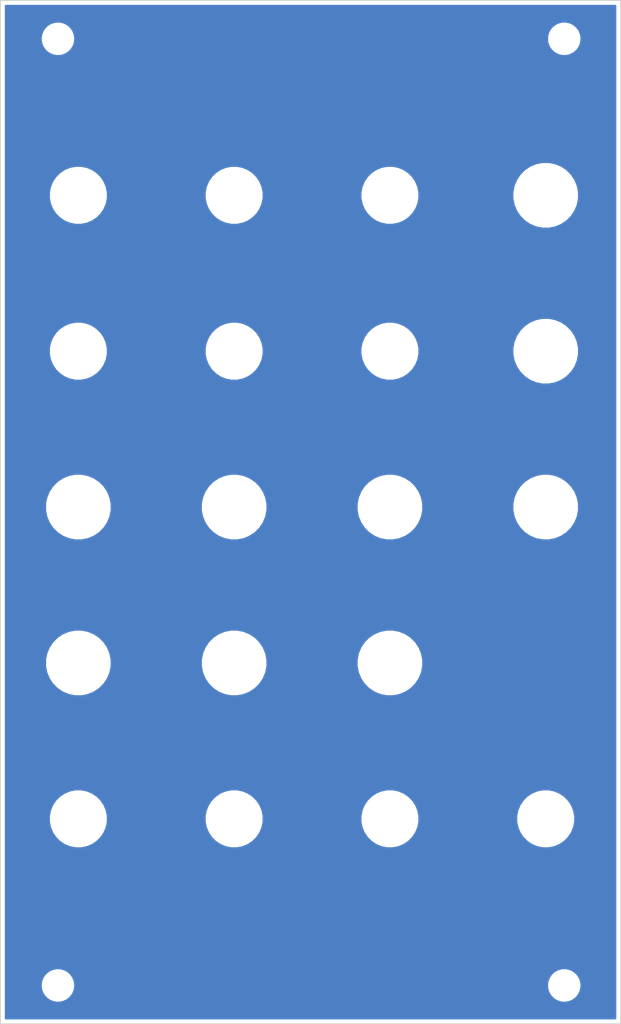
<source format=kicad_pcb>
(kicad_pcb (version 20171130) (host pcbnew 5.1.6-c6e7f7d~86~ubuntu20.04.1)

  (general
    (thickness 1.6)
    (drawings 6)
    (tracks 0)
    (zones 0)
    (modules 23)
    (nets 1)
  )

  (page A4)
  (title_block
    (title resonanz)
    (date 2020-06-10)
    (rev 01)
    (comment 1 "panel PCB")
    (comment 2 "tripple resonant band pass filter")
    (comment 4 "License CC BY 4.0 - Attribution 4.0 International")
  )

  (layers
    (0 F.Cu signal)
    (31 B.Cu signal)
    (32 B.Adhes user)
    (33 F.Adhes user)
    (34 B.Paste user)
    (35 F.Paste user)
    (36 B.SilkS user)
    (37 F.SilkS user)
    (38 B.Mask user)
    (39 F.Mask user)
    (40 Dwgs.User user hide)
    (41 Cmts.User user hide)
    (42 Eco1.User user hide)
    (43 Eco2.User user hide)
    (44 Edge.Cuts user)
    (45 Margin user)
    (46 B.CrtYd user)
    (47 F.CrtYd user)
    (48 B.Fab user)
    (49 F.Fab user)
  )

  (setup
    (last_trace_width 0.25)
    (trace_clearance 0.2)
    (zone_clearance 0.508)
    (zone_45_only no)
    (trace_min 0.2)
    (via_size 0.8)
    (via_drill 0.4)
    (via_min_size 0.4)
    (via_min_drill 0.3)
    (uvia_size 0.3)
    (uvia_drill 0.1)
    (uvias_allowed no)
    (uvia_min_size 0.2)
    (uvia_min_drill 0.1)
    (edge_width 0.05)
    (segment_width 0.2)
    (pcb_text_width 0.3)
    (pcb_text_size 1.5 1.5)
    (mod_edge_width 0.12)
    (mod_text_size 1 1)
    (mod_text_width 0.15)
    (pad_size 6.4 6.4)
    (pad_drill 6.4)
    (pad_to_mask_clearance 0.051)
    (solder_mask_min_width 0.25)
    (aux_axis_origin 0 0)
    (visible_elements FFFFFF7F)
    (pcbplotparams
      (layerselection 0x010fc_ffffffff)
      (usegerberextensions false)
      (usegerberattributes false)
      (usegerberadvancedattributes false)
      (creategerberjobfile false)
      (excludeedgelayer false)
      (linewidth 0.150000)
      (plotframeref false)
      (viasonmask false)
      (mode 1)
      (useauxorigin false)
      (hpglpennumber 1)
      (hpglpenspeed 20)
      (hpglpendiameter 15.000000)
      (psnegative false)
      (psa4output false)
      (plotreference true)
      (plotvalue true)
      (plotinvisibletext false)
      (padsonsilk false)
      (subtractmaskfromsilk false)
      (outputformat 1)
      (mirror false)
      (drillshape 0)
      (scaleselection 1)
      (outputdirectory "./gerbers"))
  )

  (net 0 "")

  (net_class Default "This is the default net class."
    (clearance 0.2)
    (trace_width 0.25)
    (via_dia 0.8)
    (via_drill 0.4)
    (uvia_dia 0.3)
    (uvia_drill 0.1)
  )

  (module elektrophon:panel_potentiometer (layer F.Cu) (tedit 5DA46CEF) (tstamp 5D6B46B3)
    (at 35.56 111.76)
    (descr "Mounting Hole 8.4mm, no annular, M8")
    (tags "mounting hole 8.4mm no annular m8")
    (path /5D6B1F10)
    (attr virtual)
    (fp_text reference H4 (at 0 -9.4) (layer F.SilkS) hide
      (effects (font (size 1 1) (thickness 0.15)))
    )
    (fp_text value frequency_1 (at 0 9.144) (layer F.Mask)
      (effects (font (size 2 1.4) (thickness 0.25)))
    )
    (fp_circle (center 0 0) (end 6.6 0) (layer F.CrtYd) (width 0.05))
    (fp_circle (center 0 0) (end 6.35 0) (layer Cmts.User) (width 0.15))
    (fp_text user %R (at 0.3 0) (layer F.Fab)
      (effects (font (size 1 1) (thickness 0.15)))
    )
    (pad "" np_thru_hole circle (at 0 0) (size 7.4 7.4) (drill 7.4) (layers *.Cu *.Mask))
    (model "${KIPRJMOD}/../../../lib/kicad/models/chroma cap.step"
      (offset (xyz 0 0 8))
      (scale (xyz 1 1 1))
      (rotate (xyz -90 0 0))
    )
  )

  (module elektrophon:panel_potentiometer (layer F.Cu) (tedit 5DA46CEF) (tstamp 5D6B46AE)
    (at 35.56 91.44)
    (descr "Mounting Hole 8.4mm, no annular, M8")
    (tags "mounting hole 8.4mm no annular m8")
    (path /5D6B18CE)
    (attr virtual)
    (fp_text reference H3 (at 0 -9.4) (layer F.SilkS) hide
      (effects (font (size 1 1) (thickness 0.15)))
    )
    (fp_text value resonance_1 (at 0 9.144) (layer F.Mask)
      (effects (font (size 2 1.4) (thickness 0.25)))
    )
    (fp_circle (center 0 0) (end 6.6 0) (layer F.CrtYd) (width 0.05))
    (fp_circle (center 0 0) (end 6.35 0) (layer Cmts.User) (width 0.15))
    (fp_text user %R (at 0.3 0) (layer F.Fab)
      (effects (font (size 1 1) (thickness 0.15)))
    )
    (pad "" np_thru_hole circle (at 0 0) (size 7.4 7.4) (drill 7.4) (layers *.Cu *.Mask))
    (model "${KIPRJMOD}/../../../lib/kicad/models/chroma cap.step"
      (offset (xyz 0 0 8))
      (scale (xyz 1 1 1))
      (rotate (xyz -90 0 0))
    )
  )

  (module elektrophon:panel_jack (layer F.Cu) (tedit 5DA46DDA) (tstamp 5EE0E568)
    (at 96.52 132.08)
    (descr "Mounting Hole 8.4mm, no annular, M8")
    (tags "mounting hole 8.4mm no annular m8")
    (path /5EE0CD48)
    (attr virtual)
    (fp_text reference H23 (at 0 -9.4) (layer F.SilkS) hide
      (effects (font (size 1 1) (thickness 0.15)))
    )
    (fp_text value OUT (at 0 9.144) (layer F.Mask)
      (effects (font (size 2 1.4) (thickness 0.25)))
    )
    (fp_circle (center 0 0) (end 4.2 0) (layer F.CrtYd) (width 0.05))
    (fp_circle (center 0 0) (end 4 0) (layer Cmts.User) (width 0.15))
    (fp_text user %R (at 0.3 0) (layer F.Fab)
      (effects (font (size 1 1) (thickness 0.15)))
    )
    (pad "" np_thru_hole circle (at 0 0) (size 6.4 6.4) (drill 6.4) (layers *.Cu *.Mask))
    (model "${KIPRJMOD}/../../../lib/kicad/models/PJ301M-12 Thonkiconn v0.2.stp"
      (offset (xyz 0 0.8 -10.5))
      (scale (xyz 1 1 1))
      (rotate (xyz 0 0 0))
    )
  )

  (module elektrophon:panel_potentiometer (layer F.Cu) (tedit 5DA46CEF) (tstamp 5EE0E560)
    (at 96.52 91.44)
    (descr "Mounting Hole 8.4mm, no annular, M8")
    (tags "mounting hole 8.4mm no annular m8")
    (path /5EE0CD3C)
    (attr virtual)
    (fp_text reference H22 (at 0 -9.4) (layer F.SilkS) hide
      (effects (font (size 1 1) (thickness 0.15)))
    )
    (fp_text value VOL_3 (at 0 9.144) (layer F.Mask)
      (effects (font (size 2 1.4) (thickness 0.25)))
    )
    (fp_circle (center 0 0) (end 6.6 0) (layer F.CrtYd) (width 0.05))
    (fp_circle (center 0 0) (end 6.35 0) (layer Cmts.User) (width 0.15))
    (fp_text user %R (at 0.3 0) (layer F.Fab)
      (effects (font (size 1 1) (thickness 0.15)))
    )
    (pad "" np_thru_hole circle (at 0 0) (size 7.4 7.4) (drill 7.4) (layers *.Cu *.Mask))
    (model "${KIPRJMOD}/../../../lib/kicad/models/chroma cap.step"
      (offset (xyz 0 0 8))
      (scale (xyz 1 1 1))
      (rotate (xyz -90 0 0))
    )
  )

  (module elektrophon:panel_potentiometer (layer F.Cu) (tedit 5DA46CEF) (tstamp 5EE0E558)
    (at 96.52 71.12)
    (descr "Mounting Hole 8.4mm, no annular, M8")
    (tags "mounting hole 8.4mm no annular m8")
    (path /5EE0CD36)
    (attr virtual)
    (fp_text reference H21 (at 0 -9.4) (layer F.SilkS) hide
      (effects (font (size 1 1) (thickness 0.15)))
    )
    (fp_text value VOL_2 (at 0 9.144) (layer F.Mask)
      (effects (font (size 2 1.4) (thickness 0.25)))
    )
    (fp_circle (center 0 0) (end 6.6 0) (layer F.CrtYd) (width 0.05))
    (fp_circle (center 0 0) (end 6.35 0) (layer Cmts.User) (width 0.15))
    (fp_text user %R (at 0.3 0) (layer F.Fab)
      (effects (font (size 1 1) (thickness 0.15)))
    )
    (pad "" np_thru_hole circle (at 0 0) (size 7.4 7.4) (drill 7.4) (layers *.Cu *.Mask))
    (model "${KIPRJMOD}/../../../lib/kicad/models/chroma cap.step"
      (offset (xyz 0 0 8))
      (scale (xyz 1 1 1))
      (rotate (xyz -90 0 0))
    )
  )

  (module elektrophon:panel_potentiometer (layer F.Cu) (tedit 5DA46CEF) (tstamp 5EE0E550)
    (at 96.52 50.8)
    (descr "Mounting Hole 8.4mm, no annular, M8")
    (tags "mounting hole 8.4mm no annular m8")
    (path /5EE0CD30)
    (attr virtual)
    (fp_text reference H20 (at 0 -9.4) (layer F.SilkS) hide
      (effects (font (size 1 1) (thickness 0.15)))
    )
    (fp_text value VOL_1 (at 0 9.144) (layer F.Mask)
      (effects (font (size 2 1.4) (thickness 0.25)))
    )
    (fp_circle (center 0 0) (end 6.6 0) (layer F.CrtYd) (width 0.05))
    (fp_circle (center 0 0) (end 6.35 0) (layer Cmts.User) (width 0.15))
    (fp_text user %R (at 0.3 0) (layer F.Fab)
      (effects (font (size 1 1) (thickness 0.15)))
    )
    (pad "" np_thru_hole circle (at 0 0) (size 7.4 7.4) (drill 7.4) (layers *.Cu *.Mask))
    (model "${KIPRJMOD}/../../../lib/kicad/models/chroma cap.step"
      (offset (xyz 0 0 8))
      (scale (xyz 1 1 1))
      (rotate (xyz -90 0 0))
    )
  )

  (module elektrophon:panel_jack (layer F.Cu) (tedit 5DA46DDA) (tstamp 5EE0E548)
    (at 76.2 132.08)
    (descr "Mounting Hole 8.4mm, no annular, M8")
    (tags "mounting hole 8.4mm no annular m8")
    (path /5EE0AA77)
    (attr virtual)
    (fp_text reference H19 (at 0 -9.4) (layer F.SilkS) hide
      (effects (font (size 1 1) (thickness 0.15)))
    )
    (fp_text value OUT_3 (at 0 9.144) (layer F.Mask)
      (effects (font (size 2 1.4) (thickness 0.25)))
    )
    (fp_circle (center 0 0) (end 4.2 0) (layer F.CrtYd) (width 0.05))
    (fp_circle (center 0 0) (end 4 0) (layer Cmts.User) (width 0.15))
    (fp_text user %R (at 0.3 0) (layer F.Fab)
      (effects (font (size 1 1) (thickness 0.15)))
    )
    (pad "" np_thru_hole circle (at 0 0) (size 6.4 6.4) (drill 6.4) (layers *.Cu *.Mask))
    (model "${KIPRJMOD}/../../../lib/kicad/models/PJ301M-12 Thonkiconn v0.2.stp"
      (offset (xyz 0 0.8 -10.5))
      (scale (xyz 1 1 1))
      (rotate (xyz 0 0 0))
    )
  )

  (module elektrophon:panel_potentiometer (layer F.Cu) (tedit 5DA46CEF) (tstamp 5EE0E540)
    (at 76.2 111.76)
    (descr "Mounting Hole 8.4mm, no annular, M8")
    (tags "mounting hole 8.4mm no annular m8")
    (path /5EE0AA71)
    (attr virtual)
    (fp_text reference H18 (at 0 -9.4) (layer F.SilkS) hide
      (effects (font (size 1 1) (thickness 0.15)))
    )
    (fp_text value frequency_3 (at 0 9.144) (layer F.Mask)
      (effects (font (size 2 1.4) (thickness 0.25)))
    )
    (fp_circle (center 0 0) (end 6.6 0) (layer F.CrtYd) (width 0.05))
    (fp_circle (center 0 0) (end 6.35 0) (layer Cmts.User) (width 0.15))
    (fp_text user %R (at 0.3 0) (layer F.Fab)
      (effects (font (size 1 1) (thickness 0.15)))
    )
    (pad "" np_thru_hole circle (at 0 0) (size 7.4 7.4) (drill 7.4) (layers *.Cu *.Mask))
    (model "${KIPRJMOD}/../../../lib/kicad/models/chroma cap.step"
      (offset (xyz 0 0 8))
      (scale (xyz 1 1 1))
      (rotate (xyz -90 0 0))
    )
  )

  (module elektrophon:panel_potentiometer (layer F.Cu) (tedit 5DA46CEF) (tstamp 5EE0E538)
    (at 76.2 91.44)
    (descr "Mounting Hole 8.4mm, no annular, M8")
    (tags "mounting hole 8.4mm no annular m8")
    (path /5EE0AA6B)
    (attr virtual)
    (fp_text reference H17 (at 0 -9.4) (layer F.SilkS) hide
      (effects (font (size 1 1) (thickness 0.15)))
    )
    (fp_text value resonance_3 (at 0 9.144) (layer F.Mask)
      (effects (font (size 2 1.4) (thickness 0.25)))
    )
    (fp_circle (center 0 0) (end 6.6 0) (layer F.CrtYd) (width 0.05))
    (fp_circle (center 0 0) (end 6.35 0) (layer Cmts.User) (width 0.15))
    (fp_text user %R (at 0.3 0) (layer F.Fab)
      (effects (font (size 1 1) (thickness 0.15)))
    )
    (pad "" np_thru_hole circle (at 0 0) (size 7.4 7.4) (drill 7.4) (layers *.Cu *.Mask))
    (model "${KIPRJMOD}/../../../lib/kicad/models/chroma cap.step"
      (offset (xyz 0 0 8))
      (scale (xyz 1 1 1))
      (rotate (xyz -90 0 0))
    )
  )

  (module elektrophon:panel_jack (layer F.Cu) (tedit 5DA46DDA) (tstamp 5EE0E530)
    (at 76.2 71.12)
    (descr "Mounting Hole 8.4mm, no annular, M8")
    (tags "mounting hole 8.4mm no annular m8")
    (path /5EE0AA65)
    (attr virtual)
    (fp_text reference H16 (at 0 -9.4) (layer F.SilkS) hide
      (effects (font (size 1 1) (thickness 0.15)))
    )
    (fp_text value IN_3_b (at 0 9.144) (layer F.Mask)
      (effects (font (size 2 1.4) (thickness 0.25)))
    )
    (fp_circle (center 0 0) (end 4.2 0) (layer F.CrtYd) (width 0.05))
    (fp_circle (center 0 0) (end 4 0) (layer Cmts.User) (width 0.15))
    (fp_text user %R (at 0.3 0) (layer F.Fab)
      (effects (font (size 1 1) (thickness 0.15)))
    )
    (pad "" np_thru_hole circle (at 0 0) (size 6.4 6.4) (drill 6.4) (layers *.Cu *.Mask))
    (model "${KIPRJMOD}/../../../lib/kicad/models/PJ301M-12 Thonkiconn v0.2.stp"
      (offset (xyz 0 0.8 -10.5))
      (scale (xyz 1 1 1))
      (rotate (xyz 0 0 0))
    )
  )

  (module elektrophon:panel_jack (layer F.Cu) (tedit 5DA46DDA) (tstamp 5EE0E528)
    (at 76.2 50.8)
    (descr "Mounting Hole 8.4mm, no annular, M8")
    (tags "mounting hole 8.4mm no annular m8")
    (path /5EE0AA5F)
    (attr virtual)
    (fp_text reference H15 (at 0 -9.4) (layer F.SilkS) hide
      (effects (font (size 1 1) (thickness 0.15)))
    )
    (fp_text value IN_3_a (at 0 9.144) (layer F.Mask)
      (effects (font (size 2 1.4) (thickness 0.25)))
    )
    (fp_circle (center 0 0) (end 4.2 0) (layer F.CrtYd) (width 0.05))
    (fp_circle (center 0 0) (end 4 0) (layer Cmts.User) (width 0.15))
    (fp_text user %R (at 0.3 0) (layer F.Fab)
      (effects (font (size 1 1) (thickness 0.15)))
    )
    (pad "" np_thru_hole circle (at 0 0) (size 6.4 6.4) (drill 6.4) (layers *.Cu *.Mask))
    (model "${KIPRJMOD}/../../../lib/kicad/models/PJ301M-12 Thonkiconn v0.2.stp"
      (offset (xyz 0 0.8 -10.5))
      (scale (xyz 1 1 1))
      (rotate (xyz 0 0 0))
    )
  )

  (module elektrophon:panel_jack (layer F.Cu) (tedit 5DA46DDA) (tstamp 5EE0E520)
    (at 55.88 132.08)
    (descr "Mounting Hole 8.4mm, no annular, M8")
    (tags "mounting hole 8.4mm no annular m8")
    (path /5EE0A51B)
    (attr virtual)
    (fp_text reference H14 (at 0 -9.4) (layer F.SilkS) hide
      (effects (font (size 1 1) (thickness 0.15)))
    )
    (fp_text value OUT_2 (at 0 9.144) (layer F.Mask)
      (effects (font (size 2 1.4) (thickness 0.25)))
    )
    (fp_circle (center 0 0) (end 4.2 0) (layer F.CrtYd) (width 0.05))
    (fp_circle (center 0 0) (end 4 0) (layer Cmts.User) (width 0.15))
    (fp_text user %R (at 0.3 0) (layer F.Fab)
      (effects (font (size 1 1) (thickness 0.15)))
    )
    (pad "" np_thru_hole circle (at 0 0) (size 6.4 6.4) (drill 6.4) (layers *.Cu *.Mask))
    (model "${KIPRJMOD}/../../../lib/kicad/models/PJ301M-12 Thonkiconn v0.2.stp"
      (offset (xyz 0 0.8 -10.5))
      (scale (xyz 1 1 1))
      (rotate (xyz 0 0 0))
    )
  )

  (module elektrophon:panel_potentiometer (layer F.Cu) (tedit 5DA46CEF) (tstamp 5EE0E518)
    (at 55.88 111.76)
    (descr "Mounting Hole 8.4mm, no annular, M8")
    (tags "mounting hole 8.4mm no annular m8")
    (path /5EE0A515)
    (attr virtual)
    (fp_text reference H13 (at 0 -9.4) (layer F.SilkS) hide
      (effects (font (size 1 1) (thickness 0.15)))
    )
    (fp_text value frequency_2 (at 0 9.144) (layer F.Mask)
      (effects (font (size 2 1.4) (thickness 0.25)))
    )
    (fp_circle (center 0 0) (end 6.6 0) (layer F.CrtYd) (width 0.05))
    (fp_circle (center 0 0) (end 6.35 0) (layer Cmts.User) (width 0.15))
    (fp_text user %R (at 0.3 0) (layer F.Fab)
      (effects (font (size 1 1) (thickness 0.15)))
    )
    (pad "" np_thru_hole circle (at 0 0) (size 7.4 7.4) (drill 7.4) (layers *.Cu *.Mask))
    (model "${KIPRJMOD}/../../../lib/kicad/models/chroma cap.step"
      (offset (xyz 0 0 8))
      (scale (xyz 1 1 1))
      (rotate (xyz -90 0 0))
    )
  )

  (module elektrophon:panel_potentiometer (layer F.Cu) (tedit 5DA46CEF) (tstamp 5EE0E510)
    (at 55.88 91.44)
    (descr "Mounting Hole 8.4mm, no annular, M8")
    (tags "mounting hole 8.4mm no annular m8")
    (path /5EE0A50F)
    (attr virtual)
    (fp_text reference H12 (at 0 -9.4) (layer F.SilkS) hide
      (effects (font (size 1 1) (thickness 0.15)))
    )
    (fp_text value resonance_2 (at 0 9.144) (layer F.Mask)
      (effects (font (size 2 1.4) (thickness 0.25)))
    )
    (fp_circle (center 0 0) (end 6.6 0) (layer F.CrtYd) (width 0.05))
    (fp_circle (center 0 0) (end 6.35 0) (layer Cmts.User) (width 0.15))
    (fp_text user %R (at 0.3 0) (layer F.Fab)
      (effects (font (size 1 1) (thickness 0.15)))
    )
    (pad "" np_thru_hole circle (at 0 0) (size 7.4 7.4) (drill 7.4) (layers *.Cu *.Mask))
    (model "${KIPRJMOD}/../../../lib/kicad/models/chroma cap.step"
      (offset (xyz 0 0 8))
      (scale (xyz 1 1 1))
      (rotate (xyz -90 0 0))
    )
  )

  (module elektrophon:panel_jack (layer F.Cu) (tedit 5DA46DDA) (tstamp 5EE0E508)
    (at 55.88 71.12)
    (descr "Mounting Hole 8.4mm, no annular, M8")
    (tags "mounting hole 8.4mm no annular m8")
    (path /5EE0A509)
    (attr virtual)
    (fp_text reference H11 (at 0 -9.4) (layer F.SilkS) hide
      (effects (font (size 1 1) (thickness 0.15)))
    )
    (fp_text value IN_2_b (at 0 9.144) (layer F.Mask)
      (effects (font (size 2 1.4) (thickness 0.25)))
    )
    (fp_circle (center 0 0) (end 4.2 0) (layer F.CrtYd) (width 0.05))
    (fp_circle (center 0 0) (end 4 0) (layer Cmts.User) (width 0.15))
    (fp_text user %R (at 0.3 0) (layer F.Fab)
      (effects (font (size 1 1) (thickness 0.15)))
    )
    (pad "" np_thru_hole circle (at 0 0) (size 6.4 6.4) (drill 6.4) (layers *.Cu *.Mask))
    (model "${KIPRJMOD}/../../../lib/kicad/models/PJ301M-12 Thonkiconn v0.2.stp"
      (offset (xyz 0 0.8 -10.5))
      (scale (xyz 1 1 1))
      (rotate (xyz 0 0 0))
    )
  )

  (module elektrophon:panel_jack (layer F.Cu) (tedit 5DA46DDA) (tstamp 5EE0E500)
    (at 55.88 50.8)
    (descr "Mounting Hole 8.4mm, no annular, M8")
    (tags "mounting hole 8.4mm no annular m8")
    (path /5EE0A503)
    (attr virtual)
    (fp_text reference H10 (at 0 -9.4) (layer F.SilkS) hide
      (effects (font (size 1 1) (thickness 0.15)))
    )
    (fp_text value IN_2_a (at 0 9.144) (layer F.Mask)
      (effects (font (size 2 1.4) (thickness 0.25)))
    )
    (fp_circle (center 0 0) (end 4.2 0) (layer F.CrtYd) (width 0.05))
    (fp_circle (center 0 0) (end 4 0) (layer Cmts.User) (width 0.15))
    (fp_text user %R (at 0.3 0) (layer F.Fab)
      (effects (font (size 1 1) (thickness 0.15)))
    )
    (pad "" np_thru_hole circle (at 0 0) (size 6.4 6.4) (drill 6.4) (layers *.Cu *.Mask))
    (model "${KIPRJMOD}/../../../lib/kicad/models/PJ301M-12 Thonkiconn v0.2.stp"
      (offset (xyz 0 0.8 -10.5))
      (scale (xyz 1 1 1))
      (rotate (xyz 0 0 0))
    )
  )

  (module elektrophon:panel_jack (layer F.Cu) (tedit 5EE089AF) (tstamp 5D6B46B8)
    (at 35.56 132.08)
    (descr "Mounting Hole 8.4mm, no annular, M8")
    (tags "mounting hole 8.4mm no annular m8")
    (path /5D6B4FB4)
    (attr virtual)
    (fp_text reference H5 (at 0 -9.4) (layer F.SilkS) hide
      (effects (font (size 1 1) (thickness 0.15)))
    )
    (fp_text value OUT_1 (at 0 9.144) (layer F.Mask) hide
      (effects (font (size 2 1.4) (thickness 0.25)))
    )
    (fp_circle (center 0 0) (end 4.2 0) (layer F.CrtYd) (width 0.05))
    (fp_circle (center 0 0) (end 4 0) (layer Cmts.User) (width 0.15))
    (fp_text user %R (at 0.3 0) (layer F.Fab) hide
      (effects (font (size 1 1) (thickness 0.15)))
    )
    (pad "" np_thru_hole circle (at 0 0) (size 6.4 6.4) (drill 6.4) (layers *.Cu *.Mask))
  )

  (module elektrophon:panel_jack (layer F.Cu) (tedit 5D6D74CB) (tstamp 5D6B46A9)
    (at 35.56 71.12)
    (descr "Mounting Hole 8.4mm, no annular, M8")
    (tags "mounting hole 8.4mm no annular m8")
    (path /5D6B1084)
    (attr virtual)
    (fp_text reference H2 (at 0 -9.4) (layer F.SilkS) hide
      (effects (font (size 1 1) (thickness 0.15)))
    )
    (fp_text value IN_1_b (at 0 9.144) (layer F.Mask) hide
      (effects (font (size 2 1.4) (thickness 0.25)))
    )
    (fp_circle (center 0 0) (end 4.2 0) (layer F.CrtYd) (width 0.05))
    (fp_circle (center 0 0) (end 4 0) (layer Cmts.User) (width 0.15))
    (fp_text user %R (at 0.3 0) (layer F.Fab) hide
      (effects (font (size 1 1) (thickness 0.15)))
    )
    (pad "" np_thru_hole circle (at 0 0) (size 6.4 6.4) (drill 6.4) (layers *.Cu *.Mask))
  )

  (module elektrophon:panel_jack (layer F.Cu) (tedit 5D6D74CB) (tstamp 5EE0EEC8)
    (at 35.56 50.8)
    (descr "Mounting Hole 8.4mm, no annular, M8")
    (tags "mounting hole 8.4mm no annular m8")
    (path /5D6AF58E)
    (attr virtual)
    (fp_text reference H1 (at 0 -9.4) (layer F.SilkS) hide
      (effects (font (size 1 1) (thickness 0.15)))
    )
    (fp_text value IN_1_a (at 0 9.144) (layer F.Mask) hide
      (effects (font (size 2 1.4) (thickness 0.25)))
    )
    (fp_circle (center 0 0) (end 4.2 0) (layer F.CrtYd) (width 0.05))
    (fp_circle (center 0 0) (end 4 0) (layer Cmts.User) (width 0.15))
    (fp_text user %R (at 0.3 0) (layer F.Fab) hide
      (effects (font (size 1 1) (thickness 0.15)))
    )
    (pad "" np_thru_hole circle (at 0 0) (size 6.4 6.4) (drill 6.4) (layers *.Cu *.Mask))
  )

  (module MountingHole:MountingHole_3.2mm_M3 (layer F.Cu) (tedit 56D1B4CB) (tstamp 5D6C7189)
    (at 98.94 153.8)
    (descr "Mounting Hole 3.2mm, no annular, M3")
    (tags "mounting hole 3.2mm no annular m3")
    (path /5D6C254B)
    (attr virtual)
    (fp_text reference H9 (at 0 -4.2) (layer F.SilkS) hide
      (effects (font (size 1 1) (thickness 0.15)))
    )
    (fp_text value MountingHole (at 0 4.2) (layer F.Fab) hide
      (effects (font (size 1 1) (thickness 0.15)))
    )
    (fp_circle (center 0 0) (end 3.45 0) (layer F.CrtYd) (width 0.05))
    (fp_circle (center 0 0) (end 3.2 0) (layer Cmts.User) (width 0.15))
    (fp_text user %R (at 0.3 0) (layer F.Fab)
      (effects (font (size 1 1) (thickness 0.15)))
    )
    (pad 1 np_thru_hole circle (at 0 0) (size 3.2 3.2) (drill 3.2) (layers *.Cu *.Mask))
  )

  (module MountingHole:MountingHole_3.2mm_M3 (layer F.Cu) (tedit 56D1B4CB) (tstamp 5D6C7181)
    (at 98.94 30.4)
    (descr "Mounting Hole 3.2mm, no annular, M3")
    (tags "mounting hole 3.2mm no annular m3")
    (path /5D6C22FB)
    (attr smd)
    (fp_text reference H8 (at 0 -4.2) (layer F.SilkS) hide
      (effects (font (size 1 1) (thickness 0.15)))
    )
    (fp_text value MountingHole (at 0 4.2) (layer F.Fab) hide
      (effects (font (size 1 1) (thickness 0.15)))
    )
    (fp_circle (center 0 0) (end 3.45 0) (layer F.CrtYd) (width 0.05))
    (fp_circle (center 0 0) (end 3.2 0) (layer Cmts.User) (width 0.15))
    (fp_text user %R (at 0.3 0) (layer F.Fab)
      (effects (font (size 1 1) (thickness 0.15)))
    )
    (pad 1 np_thru_hole circle (at 0 0) (size 3.2 3.2) (drill 3.2) (layers *.Cu *.Mask))
  )

  (module MountingHole:MountingHole_3.2mm_M3 (layer F.Cu) (tedit 56D1B4CB) (tstamp 5D6C7179)
    (at 32.9 153.8)
    (descr "Mounting Hole 3.2mm, no annular, M3")
    (tags "mounting hole 3.2mm no annular m3")
    (path /5D6C2167)
    (attr virtual)
    (fp_text reference H7 (at 0 -4.2) (layer F.SilkS) hide
      (effects (font (size 1 1) (thickness 0.15)))
    )
    (fp_text value MountingHole (at 0 4.2) (layer F.Fab) hide
      (effects (font (size 1 1) (thickness 0.15)))
    )
    (fp_circle (center 0 0) (end 3.45 0) (layer F.CrtYd) (width 0.05))
    (fp_circle (center 0 0) (end 3.2 0) (layer Cmts.User) (width 0.15))
    (fp_text user %R (at 0.3 0) (layer F.Fab)
      (effects (font (size 1 1) (thickness 0.15)))
    )
    (pad 1 np_thru_hole circle (at 0 0) (size 3.2 3.2) (drill 3.2) (layers *.Cu *.Mask))
  )

  (module MountingHole:MountingHole_3.2mm_M3 (layer F.Cu) (tedit 56D1B4CB) (tstamp 5D6C7171)
    (at 32.9 30.4)
    (descr "Mounting Hole 3.2mm, no annular, M3")
    (tags "mounting hole 3.2mm no annular m3")
    (path /5D6C1F77)
    (attr virtual)
    (fp_text reference H6 (at 0 -4.2) (layer F.SilkS) hide
      (effects (font (size 1 1) (thickness 0.15)))
    )
    (fp_text value MountingHole (at 0 4.2) (layer F.Fab) hide
      (effects (font (size 1 1) (thickness 0.15)))
    )
    (fp_circle (center 0 0) (end 3.45 0) (layer F.CrtYd) (width 0.05))
    (fp_circle (center 0 0) (end 3.2 0) (layer Cmts.User) (width 0.15))
    (fp_text user %R (at 0.3 0) (layer F.Fab)
      (effects (font (size 1 1) (thickness 0.15)))
    )
    (pad 1 np_thru_hole circle (at 0 0) (size 3.2 3.2) (drill 3.2) (layers *.Cu *.Mask))
  )

  (gr_text R01 (at 89.97 155.26) (layer F.Cu)
    (effects (font (size 2 1.4) (thickness 0.25)))
  )
  (gr_text resonanz (at 66.04 30.48) (layer F.Mask)
    (effects (font (size 3 3) (thickness 0.35)))
  )
  (gr_line (start 106.3 158.8) (end 25.4 158.8) (layer Edge.Cuts) (width 0.12))
  (gr_line (start 106.3 25.4) (end 106.3 158.8) (layer Edge.Cuts) (width 0.12))
  (gr_line (start 25.4 25.4) (end 25.4 158.8) (layer Edge.Cuts) (width 0.12))
  (gr_line (start 25.4 25.4) (end 106.3 25.4) (layer Edge.Cuts) (width 0.12))

  (zone (net 0) (net_name "") (layer B.Cu) (tstamp 5D6DC77A) (hatch edge 0.508)
    (connect_pads (clearance 0.508))
    (min_thickness 0.254)
    (fill yes (arc_segments 32) (thermal_gap 0.508) (thermal_bridge_width 0.508))
    (polygon
      (pts
        (xy 25.43 25.4) (xy 106.33 25.39) (xy 106.27 158.8) (xy 25.4 158.75)
      )
    )
    (filled_polygon
      (pts
        (xy 105.605001 158.105) (xy 26.095 158.105) (xy 26.095 153.579872) (xy 30.665 153.579872) (xy 30.665 154.020128)
        (xy 30.75089 154.451925) (xy 30.919369 154.858669) (xy 31.163962 155.224729) (xy 31.475271 155.536038) (xy 31.841331 155.780631)
        (xy 32.248075 155.94911) (xy 32.679872 156.035) (xy 33.120128 156.035) (xy 33.551925 155.94911) (xy 33.958669 155.780631)
        (xy 34.324729 155.536038) (xy 34.636038 155.224729) (xy 34.880631 154.858669) (xy 35.04911 154.451925) (xy 35.135 154.020128)
        (xy 35.135 153.579872) (xy 96.705 153.579872) (xy 96.705 154.020128) (xy 96.79089 154.451925) (xy 96.959369 154.858669)
        (xy 97.203962 155.224729) (xy 97.515271 155.536038) (xy 97.881331 155.780631) (xy 98.288075 155.94911) (xy 98.719872 156.035)
        (xy 99.160128 156.035) (xy 99.591925 155.94911) (xy 99.998669 155.780631) (xy 100.364729 155.536038) (xy 100.676038 155.224729)
        (xy 100.920631 154.858669) (xy 101.08911 154.451925) (xy 101.175 154.020128) (xy 101.175 153.579872) (xy 101.08911 153.148075)
        (xy 100.920631 152.741331) (xy 100.676038 152.375271) (xy 100.364729 152.063962) (xy 99.998669 151.819369) (xy 99.591925 151.65089)
        (xy 99.160128 151.565) (xy 98.719872 151.565) (xy 98.288075 151.65089) (xy 97.881331 151.819369) (xy 97.515271 152.063962)
        (xy 97.203962 152.375271) (xy 96.959369 152.741331) (xy 96.79089 153.148075) (xy 96.705 153.579872) (xy 35.135 153.579872)
        (xy 35.04911 153.148075) (xy 34.880631 152.741331) (xy 34.636038 152.375271) (xy 34.324729 152.063962) (xy 33.958669 151.819369)
        (xy 33.551925 151.65089) (xy 33.120128 151.565) (xy 32.679872 151.565) (xy 32.248075 151.65089) (xy 31.841331 151.819369)
        (xy 31.475271 152.063962) (xy 31.163962 152.375271) (xy 30.919369 152.741331) (xy 30.75089 153.148075) (xy 30.665 153.579872)
        (xy 26.095 153.579872) (xy 26.095 131.702285) (xy 31.725 131.702285) (xy 31.725 132.457715) (xy 31.872377 133.198628)
        (xy 32.161467 133.896554) (xy 32.581161 134.52467) (xy 33.11533 135.058839) (xy 33.743446 135.478533) (xy 34.441372 135.767623)
        (xy 35.182285 135.915) (xy 35.937715 135.915) (xy 36.678628 135.767623) (xy 37.376554 135.478533) (xy 38.00467 135.058839)
        (xy 38.538839 134.52467) (xy 38.958533 133.896554) (xy 39.247623 133.198628) (xy 39.395 132.457715) (xy 39.395 131.702285)
        (xy 52.045 131.702285) (xy 52.045 132.457715) (xy 52.192377 133.198628) (xy 52.481467 133.896554) (xy 52.901161 134.52467)
        (xy 53.43533 135.058839) (xy 54.063446 135.478533) (xy 54.761372 135.767623) (xy 55.502285 135.915) (xy 56.257715 135.915)
        (xy 56.998628 135.767623) (xy 57.696554 135.478533) (xy 58.32467 135.058839) (xy 58.858839 134.52467) (xy 59.278533 133.896554)
        (xy 59.567623 133.198628) (xy 59.715 132.457715) (xy 59.715 131.702285) (xy 72.365 131.702285) (xy 72.365 132.457715)
        (xy 72.512377 133.198628) (xy 72.801467 133.896554) (xy 73.221161 134.52467) (xy 73.75533 135.058839) (xy 74.383446 135.478533)
        (xy 75.081372 135.767623) (xy 75.822285 135.915) (xy 76.577715 135.915) (xy 77.318628 135.767623) (xy 78.016554 135.478533)
        (xy 78.64467 135.058839) (xy 79.178839 134.52467) (xy 79.598533 133.896554) (xy 79.887623 133.198628) (xy 80.035 132.457715)
        (xy 80.035 131.702285) (xy 92.685 131.702285) (xy 92.685 132.457715) (xy 92.832377 133.198628) (xy 93.121467 133.896554)
        (xy 93.541161 134.52467) (xy 94.07533 135.058839) (xy 94.703446 135.478533) (xy 95.401372 135.767623) (xy 96.142285 135.915)
        (xy 96.897715 135.915) (xy 97.638628 135.767623) (xy 98.336554 135.478533) (xy 98.96467 135.058839) (xy 99.498839 134.52467)
        (xy 99.918533 133.896554) (xy 100.207623 133.198628) (xy 100.355 132.457715) (xy 100.355 131.702285) (xy 100.207623 130.961372)
        (xy 99.918533 130.263446) (xy 99.498839 129.63533) (xy 98.96467 129.101161) (xy 98.336554 128.681467) (xy 97.638628 128.392377)
        (xy 96.897715 128.245) (xy 96.142285 128.245) (xy 95.401372 128.392377) (xy 94.703446 128.681467) (xy 94.07533 129.101161)
        (xy 93.541161 129.63533) (xy 93.121467 130.263446) (xy 92.832377 130.961372) (xy 92.685 131.702285) (xy 80.035 131.702285)
        (xy 79.887623 130.961372) (xy 79.598533 130.263446) (xy 79.178839 129.63533) (xy 78.64467 129.101161) (xy 78.016554 128.681467)
        (xy 77.318628 128.392377) (xy 76.577715 128.245) (xy 75.822285 128.245) (xy 75.081372 128.392377) (xy 74.383446 128.681467)
        (xy 73.75533 129.101161) (xy 73.221161 129.63533) (xy 72.801467 130.263446) (xy 72.512377 130.961372) (xy 72.365 131.702285)
        (xy 59.715 131.702285) (xy 59.567623 130.961372) (xy 59.278533 130.263446) (xy 58.858839 129.63533) (xy 58.32467 129.101161)
        (xy 57.696554 128.681467) (xy 56.998628 128.392377) (xy 56.257715 128.245) (xy 55.502285 128.245) (xy 54.761372 128.392377)
        (xy 54.063446 128.681467) (xy 53.43533 129.101161) (xy 52.901161 129.63533) (xy 52.481467 130.263446) (xy 52.192377 130.961372)
        (xy 52.045 131.702285) (xy 39.395 131.702285) (xy 39.247623 130.961372) (xy 38.958533 130.263446) (xy 38.538839 129.63533)
        (xy 38.00467 129.101161) (xy 37.376554 128.681467) (xy 36.678628 128.392377) (xy 35.937715 128.245) (xy 35.182285 128.245)
        (xy 34.441372 128.392377) (xy 33.743446 128.681467) (xy 33.11533 129.101161) (xy 32.581161 129.63533) (xy 32.161467 130.263446)
        (xy 31.872377 130.961372) (xy 31.725 131.702285) (xy 26.095 131.702285) (xy 26.095 111.33304) (xy 31.225 111.33304)
        (xy 31.225 112.18696) (xy 31.391592 113.024473) (xy 31.718373 113.813392) (xy 32.192786 114.523401) (xy 32.796599 115.127214)
        (xy 33.506608 115.601627) (xy 34.295527 115.928408) (xy 35.13304 116.095) (xy 35.98696 116.095) (xy 36.824473 115.928408)
        (xy 37.613392 115.601627) (xy 38.323401 115.127214) (xy 38.927214 114.523401) (xy 39.401627 113.813392) (xy 39.728408 113.024473)
        (xy 39.895 112.18696) (xy 39.895 111.33304) (xy 51.545 111.33304) (xy 51.545 112.18696) (xy 51.711592 113.024473)
        (xy 52.038373 113.813392) (xy 52.512786 114.523401) (xy 53.116599 115.127214) (xy 53.826608 115.601627) (xy 54.615527 115.928408)
        (xy 55.45304 116.095) (xy 56.30696 116.095) (xy 57.144473 115.928408) (xy 57.933392 115.601627) (xy 58.643401 115.127214)
        (xy 59.247214 114.523401) (xy 59.721627 113.813392) (xy 60.048408 113.024473) (xy 60.215 112.18696) (xy 60.215 111.33304)
        (xy 71.865 111.33304) (xy 71.865 112.18696) (xy 72.031592 113.024473) (xy 72.358373 113.813392) (xy 72.832786 114.523401)
        (xy 73.436599 115.127214) (xy 74.146608 115.601627) (xy 74.935527 115.928408) (xy 75.77304 116.095) (xy 76.62696 116.095)
        (xy 77.464473 115.928408) (xy 78.253392 115.601627) (xy 78.963401 115.127214) (xy 79.567214 114.523401) (xy 80.041627 113.813392)
        (xy 80.368408 113.024473) (xy 80.535 112.18696) (xy 80.535 111.33304) (xy 80.368408 110.495527) (xy 80.041627 109.706608)
        (xy 79.567214 108.996599) (xy 78.963401 108.392786) (xy 78.253392 107.918373) (xy 77.464473 107.591592) (xy 76.62696 107.425)
        (xy 75.77304 107.425) (xy 74.935527 107.591592) (xy 74.146608 107.918373) (xy 73.436599 108.392786) (xy 72.832786 108.996599)
        (xy 72.358373 109.706608) (xy 72.031592 110.495527) (xy 71.865 111.33304) (xy 60.215 111.33304) (xy 60.048408 110.495527)
        (xy 59.721627 109.706608) (xy 59.247214 108.996599) (xy 58.643401 108.392786) (xy 57.933392 107.918373) (xy 57.144473 107.591592)
        (xy 56.30696 107.425) (xy 55.45304 107.425) (xy 54.615527 107.591592) (xy 53.826608 107.918373) (xy 53.116599 108.392786)
        (xy 52.512786 108.996599) (xy 52.038373 109.706608) (xy 51.711592 110.495527) (xy 51.545 111.33304) (xy 39.895 111.33304)
        (xy 39.728408 110.495527) (xy 39.401627 109.706608) (xy 38.927214 108.996599) (xy 38.323401 108.392786) (xy 37.613392 107.918373)
        (xy 36.824473 107.591592) (xy 35.98696 107.425) (xy 35.13304 107.425) (xy 34.295527 107.591592) (xy 33.506608 107.918373)
        (xy 32.796599 108.392786) (xy 32.192786 108.996599) (xy 31.718373 109.706608) (xy 31.391592 110.495527) (xy 31.225 111.33304)
        (xy 26.095 111.33304) (xy 26.095 91.01304) (xy 31.225 91.01304) (xy 31.225 91.86696) (xy 31.391592 92.704473)
        (xy 31.718373 93.493392) (xy 32.192786 94.203401) (xy 32.796599 94.807214) (xy 33.506608 95.281627) (xy 34.295527 95.608408)
        (xy 35.13304 95.775) (xy 35.98696 95.775) (xy 36.824473 95.608408) (xy 37.613392 95.281627) (xy 38.323401 94.807214)
        (xy 38.927214 94.203401) (xy 39.401627 93.493392) (xy 39.728408 92.704473) (xy 39.895 91.86696) (xy 39.895 91.01304)
        (xy 51.545 91.01304) (xy 51.545 91.86696) (xy 51.711592 92.704473) (xy 52.038373 93.493392) (xy 52.512786 94.203401)
        (xy 53.116599 94.807214) (xy 53.826608 95.281627) (xy 54.615527 95.608408) (xy 55.45304 95.775) (xy 56.30696 95.775)
        (xy 57.144473 95.608408) (xy 57.933392 95.281627) (xy 58.643401 94.807214) (xy 59.247214 94.203401) (xy 59.721627 93.493392)
        (xy 60.048408 92.704473) (xy 60.215 91.86696) (xy 60.215 91.01304) (xy 71.865 91.01304) (xy 71.865 91.86696)
        (xy 72.031592 92.704473) (xy 72.358373 93.493392) (xy 72.832786 94.203401) (xy 73.436599 94.807214) (xy 74.146608 95.281627)
        (xy 74.935527 95.608408) (xy 75.77304 95.775) (xy 76.62696 95.775) (xy 77.464473 95.608408) (xy 78.253392 95.281627)
        (xy 78.963401 94.807214) (xy 79.567214 94.203401) (xy 80.041627 93.493392) (xy 80.368408 92.704473) (xy 80.535 91.86696)
        (xy 80.535 91.01304) (xy 92.185 91.01304) (xy 92.185 91.86696) (xy 92.351592 92.704473) (xy 92.678373 93.493392)
        (xy 93.152786 94.203401) (xy 93.756599 94.807214) (xy 94.466608 95.281627) (xy 95.255527 95.608408) (xy 96.09304 95.775)
        (xy 96.94696 95.775) (xy 97.784473 95.608408) (xy 98.573392 95.281627) (xy 99.283401 94.807214) (xy 99.887214 94.203401)
        (xy 100.361627 93.493392) (xy 100.688408 92.704473) (xy 100.855 91.86696) (xy 100.855 91.01304) (xy 100.688408 90.175527)
        (xy 100.361627 89.386608) (xy 99.887214 88.676599) (xy 99.283401 88.072786) (xy 98.573392 87.598373) (xy 97.784473 87.271592)
        (xy 96.94696 87.105) (xy 96.09304 87.105) (xy 95.255527 87.271592) (xy 94.466608 87.598373) (xy 93.756599 88.072786)
        (xy 93.152786 88.676599) (xy 92.678373 89.386608) (xy 92.351592 90.175527) (xy 92.185 91.01304) (xy 80.535 91.01304)
        (xy 80.368408 90.175527) (xy 80.041627 89.386608) (xy 79.567214 88.676599) (xy 78.963401 88.072786) (xy 78.253392 87.598373)
        (xy 77.464473 87.271592) (xy 76.62696 87.105) (xy 75.77304 87.105) (xy 74.935527 87.271592) (xy 74.146608 87.598373)
        (xy 73.436599 88.072786) (xy 72.832786 88.676599) (xy 72.358373 89.386608) (xy 72.031592 90.175527) (xy 71.865 91.01304)
        (xy 60.215 91.01304) (xy 60.048408 90.175527) (xy 59.721627 89.386608) (xy 59.247214 88.676599) (xy 58.643401 88.072786)
        (xy 57.933392 87.598373) (xy 57.144473 87.271592) (xy 56.30696 87.105) (xy 55.45304 87.105) (xy 54.615527 87.271592)
        (xy 53.826608 87.598373) (xy 53.116599 88.072786) (xy 52.512786 88.676599) (xy 52.038373 89.386608) (xy 51.711592 90.175527)
        (xy 51.545 91.01304) (xy 39.895 91.01304) (xy 39.728408 90.175527) (xy 39.401627 89.386608) (xy 38.927214 88.676599)
        (xy 38.323401 88.072786) (xy 37.613392 87.598373) (xy 36.824473 87.271592) (xy 35.98696 87.105) (xy 35.13304 87.105)
        (xy 34.295527 87.271592) (xy 33.506608 87.598373) (xy 32.796599 88.072786) (xy 32.192786 88.676599) (xy 31.718373 89.386608)
        (xy 31.391592 90.175527) (xy 31.225 91.01304) (xy 26.095 91.01304) (xy 26.095 70.742285) (xy 31.725 70.742285)
        (xy 31.725 71.497715) (xy 31.872377 72.238628) (xy 32.161467 72.936554) (xy 32.581161 73.56467) (xy 33.11533 74.098839)
        (xy 33.743446 74.518533) (xy 34.441372 74.807623) (xy 35.182285 74.955) (xy 35.937715 74.955) (xy 36.678628 74.807623)
        (xy 37.376554 74.518533) (xy 38.00467 74.098839) (xy 38.538839 73.56467) (xy 38.958533 72.936554) (xy 39.247623 72.238628)
        (xy 39.395 71.497715) (xy 39.395 70.742285) (xy 52.045 70.742285) (xy 52.045 71.497715) (xy 52.192377 72.238628)
        (xy 52.481467 72.936554) (xy 52.901161 73.56467) (xy 53.43533 74.098839) (xy 54.063446 74.518533) (xy 54.761372 74.807623)
        (xy 55.502285 74.955) (xy 56.257715 74.955) (xy 56.998628 74.807623) (xy 57.696554 74.518533) (xy 58.32467 74.098839)
        (xy 58.858839 73.56467) (xy 59.278533 72.936554) (xy 59.567623 72.238628) (xy 59.715 71.497715) (xy 59.715 70.742285)
        (xy 72.365 70.742285) (xy 72.365 71.497715) (xy 72.512377 72.238628) (xy 72.801467 72.936554) (xy 73.221161 73.56467)
        (xy 73.75533 74.098839) (xy 74.383446 74.518533) (xy 75.081372 74.807623) (xy 75.822285 74.955) (xy 76.577715 74.955)
        (xy 77.318628 74.807623) (xy 78.016554 74.518533) (xy 78.64467 74.098839) (xy 79.178839 73.56467) (xy 79.598533 72.936554)
        (xy 79.887623 72.238628) (xy 80.035 71.497715) (xy 80.035 70.742285) (xy 80.025205 70.69304) (xy 92.185 70.69304)
        (xy 92.185 71.54696) (xy 92.351592 72.384473) (xy 92.678373 73.173392) (xy 93.152786 73.883401) (xy 93.756599 74.487214)
        (xy 94.466608 74.961627) (xy 95.255527 75.288408) (xy 96.09304 75.455) (xy 96.94696 75.455) (xy 97.784473 75.288408)
        (xy 98.573392 74.961627) (xy 99.283401 74.487214) (xy 99.887214 73.883401) (xy 100.361627 73.173392) (xy 100.688408 72.384473)
        (xy 100.855 71.54696) (xy 100.855 70.69304) (xy 100.688408 69.855527) (xy 100.361627 69.066608) (xy 99.887214 68.356599)
        (xy 99.283401 67.752786) (xy 98.573392 67.278373) (xy 97.784473 66.951592) (xy 96.94696 66.785) (xy 96.09304 66.785)
        (xy 95.255527 66.951592) (xy 94.466608 67.278373) (xy 93.756599 67.752786) (xy 93.152786 68.356599) (xy 92.678373 69.066608)
        (xy 92.351592 69.855527) (xy 92.185 70.69304) (xy 80.025205 70.69304) (xy 79.887623 70.001372) (xy 79.598533 69.303446)
        (xy 79.178839 68.67533) (xy 78.64467 68.141161) (xy 78.016554 67.721467) (xy 77.318628 67.432377) (xy 76.577715 67.285)
        (xy 75.822285 67.285) (xy 75.081372 67.432377) (xy 74.383446 67.721467) (xy 73.75533 68.141161) (xy 73.221161 68.67533)
        (xy 72.801467 69.303446) (xy 72.512377 70.001372) (xy 72.365 70.742285) (xy 59.715 70.742285) (xy 59.567623 70.001372)
        (xy 59.278533 69.303446) (xy 58.858839 68.67533) (xy 58.32467 68.141161) (xy 57.696554 67.721467) (xy 56.998628 67.432377)
        (xy 56.257715 67.285) (xy 55.502285 67.285) (xy 54.761372 67.432377) (xy 54.063446 67.721467) (xy 53.43533 68.141161)
        (xy 52.901161 68.67533) (xy 52.481467 69.303446) (xy 52.192377 70.001372) (xy 52.045 70.742285) (xy 39.395 70.742285)
        (xy 39.247623 70.001372) (xy 38.958533 69.303446) (xy 38.538839 68.67533) (xy 38.00467 68.141161) (xy 37.376554 67.721467)
        (xy 36.678628 67.432377) (xy 35.937715 67.285) (xy 35.182285 67.285) (xy 34.441372 67.432377) (xy 33.743446 67.721467)
        (xy 33.11533 68.141161) (xy 32.581161 68.67533) (xy 32.161467 69.303446) (xy 31.872377 70.001372) (xy 31.725 70.742285)
        (xy 26.095 70.742285) (xy 26.095 50.422285) (xy 31.725 50.422285) (xy 31.725 51.177715) (xy 31.872377 51.918628)
        (xy 32.161467 52.616554) (xy 32.581161 53.24467) (xy 33.11533 53.778839) (xy 33.743446 54.198533) (xy 34.441372 54.487623)
        (xy 35.182285 54.635) (xy 35.937715 54.635) (xy 36.678628 54.487623) (xy 37.376554 54.198533) (xy 38.00467 53.778839)
        (xy 38.538839 53.24467) (xy 38.958533 52.616554) (xy 39.247623 51.918628) (xy 39.395 51.177715) (xy 39.395 50.422285)
        (xy 52.045 50.422285) (xy 52.045 51.177715) (xy 52.192377 51.918628) (xy 52.481467 52.616554) (xy 52.901161 53.24467)
        (xy 53.43533 53.778839) (xy 54.063446 54.198533) (xy 54.761372 54.487623) (xy 55.502285 54.635) (xy 56.257715 54.635)
        (xy 56.998628 54.487623) (xy 57.696554 54.198533) (xy 58.32467 53.778839) (xy 58.858839 53.24467) (xy 59.278533 52.616554)
        (xy 59.567623 51.918628) (xy 59.715 51.177715) (xy 59.715 50.422285) (xy 72.365 50.422285) (xy 72.365 51.177715)
        (xy 72.512377 51.918628) (xy 72.801467 52.616554) (xy 73.221161 53.24467) (xy 73.75533 53.778839) (xy 74.383446 54.198533)
        (xy 75.081372 54.487623) (xy 75.822285 54.635) (xy 76.577715 54.635) (xy 77.318628 54.487623) (xy 78.016554 54.198533)
        (xy 78.64467 53.778839) (xy 79.178839 53.24467) (xy 79.598533 52.616554) (xy 79.887623 51.918628) (xy 80.035 51.177715)
        (xy 80.035 50.422285) (xy 80.025205 50.37304) (xy 92.185 50.37304) (xy 92.185 51.22696) (xy 92.351592 52.064473)
        (xy 92.678373 52.853392) (xy 93.152786 53.563401) (xy 93.756599 54.167214) (xy 94.466608 54.641627) (xy 95.255527 54.968408)
        (xy 96.09304 55.135) (xy 96.94696 55.135) (xy 97.784473 54.968408) (xy 98.573392 54.641627) (xy 99.283401 54.167214)
        (xy 99.887214 53.563401) (xy 100.361627 52.853392) (xy 100.688408 52.064473) (xy 100.855 51.22696) (xy 100.855 50.37304)
        (xy 100.688408 49.535527) (xy 100.361627 48.746608) (xy 99.887214 48.036599) (xy 99.283401 47.432786) (xy 98.573392 46.958373)
        (xy 97.784473 46.631592) (xy 96.94696 46.465) (xy 96.09304 46.465) (xy 95.255527 46.631592) (xy 94.466608 46.958373)
        (xy 93.756599 47.432786) (xy 93.152786 48.036599) (xy 92.678373 48.746608) (xy 92.351592 49.535527) (xy 92.185 50.37304)
        (xy 80.025205 50.37304) (xy 79.887623 49.681372) (xy 79.598533 48.983446) (xy 79.178839 48.35533) (xy 78.64467 47.821161)
        (xy 78.016554 47.401467) (xy 77.318628 47.112377) (xy 76.577715 46.965) (xy 75.822285 46.965) (xy 75.081372 47.112377)
        (xy 74.383446 47.401467) (xy 73.75533 47.821161) (xy 73.221161 48.35533) (xy 72.801467 48.983446) (xy 72.512377 49.681372)
        (xy 72.365 50.422285) (xy 59.715 50.422285) (xy 59.567623 49.681372) (xy 59.278533 48.983446) (xy 58.858839 48.35533)
        (xy 58.32467 47.821161) (xy 57.696554 47.401467) (xy 56.998628 47.112377) (xy 56.257715 46.965) (xy 55.502285 46.965)
        (xy 54.761372 47.112377) (xy 54.063446 47.401467) (xy 53.43533 47.821161) (xy 52.901161 48.35533) (xy 52.481467 48.983446)
        (xy 52.192377 49.681372) (xy 52.045 50.422285) (xy 39.395 50.422285) (xy 39.247623 49.681372) (xy 38.958533 48.983446)
        (xy 38.538839 48.35533) (xy 38.00467 47.821161) (xy 37.376554 47.401467) (xy 36.678628 47.112377) (xy 35.937715 46.965)
        (xy 35.182285 46.965) (xy 34.441372 47.112377) (xy 33.743446 47.401467) (xy 33.11533 47.821161) (xy 32.581161 48.35533)
        (xy 32.161467 48.983446) (xy 31.872377 49.681372) (xy 31.725 50.422285) (xy 26.095 50.422285) (xy 26.095 30.179872)
        (xy 30.665 30.179872) (xy 30.665 30.620128) (xy 30.75089 31.051925) (xy 30.919369 31.458669) (xy 31.163962 31.824729)
        (xy 31.475271 32.136038) (xy 31.841331 32.380631) (xy 32.248075 32.54911) (xy 32.679872 32.635) (xy 33.120128 32.635)
        (xy 33.551925 32.54911) (xy 33.958669 32.380631) (xy 34.324729 32.136038) (xy 34.636038 31.824729) (xy 34.880631 31.458669)
        (xy 35.04911 31.051925) (xy 35.135 30.620128) (xy 35.135 30.179872) (xy 96.705 30.179872) (xy 96.705 30.620128)
        (xy 96.79089 31.051925) (xy 96.959369 31.458669) (xy 97.203962 31.824729) (xy 97.515271 32.136038) (xy 97.881331 32.380631)
        (xy 98.288075 32.54911) (xy 98.719872 32.635) (xy 99.160128 32.635) (xy 99.591925 32.54911) (xy 99.998669 32.380631)
        (xy 100.364729 32.136038) (xy 100.676038 31.824729) (xy 100.920631 31.458669) (xy 101.08911 31.051925) (xy 101.175 30.620128)
        (xy 101.175 30.179872) (xy 101.08911 29.748075) (xy 100.920631 29.341331) (xy 100.676038 28.975271) (xy 100.364729 28.663962)
        (xy 99.998669 28.419369) (xy 99.591925 28.25089) (xy 99.160128 28.165) (xy 98.719872 28.165) (xy 98.288075 28.25089)
        (xy 97.881331 28.419369) (xy 97.515271 28.663962) (xy 97.203962 28.975271) (xy 96.959369 29.341331) (xy 96.79089 29.748075)
        (xy 96.705 30.179872) (xy 35.135 30.179872) (xy 35.04911 29.748075) (xy 34.880631 29.341331) (xy 34.636038 28.975271)
        (xy 34.324729 28.663962) (xy 33.958669 28.419369) (xy 33.551925 28.25089) (xy 33.120128 28.165) (xy 32.679872 28.165)
        (xy 32.248075 28.25089) (xy 31.841331 28.419369) (xy 31.475271 28.663962) (xy 31.163962 28.975271) (xy 30.919369 29.341331)
        (xy 30.75089 29.748075) (xy 30.665 30.179872) (xy 26.095 30.179872) (xy 26.095 26.095) (xy 105.605 26.095)
      )
    )
  )
)

</source>
